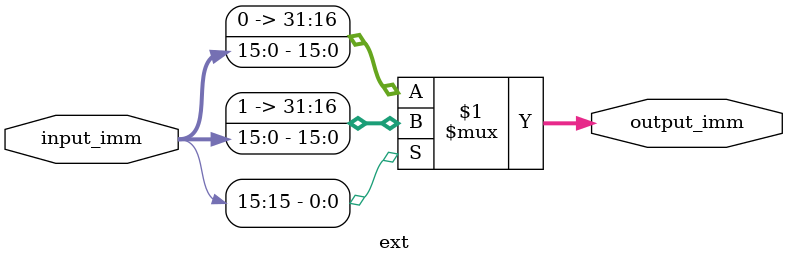
<source format=v>

module control_unit (clk,
 instruction, 
 jump,
 alu_func,
 rs,rt,rd,imm,
 ram_load,
 ram_write,
 signal_extension,
 ram_addr,
 jump_offset
//  regload
);
input clk;
input [31:0] instruction;
output reg [31:0]ram_addr; 
output reg [15:0] jump_offset;
output jump,signal_extension,ram_load,ram_write;
// output reg regload;
output reg [31:0]imm;
output [2:0]alu_func;

// todo : rs rt rd  ram_addr, 

output reg [4:0] rs,rt,rd;
wire [3:0] case_test;
wire [31:0] temp_imm;
wire [2:0]tmp;



assign case_test={ram_load,ram_write,jump,signal_extension};
decoder dec(instruction[31:26],instruction[3:0],tmp,ram_load,ram_write,jump,signal_extension);
ext ext_for_control_unit (instruction[15:0],temp_imm);
// when ram_load or ram_write is true, assign ram_addr ,rt
// when signal_extension is ture, assign imm,rs rt 
// when jump is true, assign jump
assign alu_func=(instruction)?tmp:0;
always @(posedge clk) begin
   jump_offset<= 0 ; 
      //  regload<= 1 ;//always need get data from REGFILE
           rs <= 0 ;
           rt <= 0 ;
           rd <= 0 ;// Other values do not affect the running
  if( alu_func && ~signal_extension) begin
     rs <= instruction[25:21];
     rt <= instruction[20:16];
     rd <= instruction[15:11];
    //  regload<=1;
  end
  else begin
    case (case_test)
    4'b1000     :  {ram_addr,rt}<={{27'd0,instruction[25:21]}+{16'd0,instruction[15:0]},instruction[20:16]};// make ram addr 32bit, and then plus offset 
    4'b0100     :  {ram_addr,rt}<={{27'd0,instruction[25:21]}+{16'd0,instruction[15:0]},instruction[20:16]};// make ram addr 32bit, and then plus offset 
    4'b0010     :   jump_offset <= instruction[15:0];                                                       // jump addr offset 
    4'b0001     :  {rs,rt,imm}  <={instruction[25:21],instruction[20:16],temp_imm}    ;                      // set rs rt and 32bit imm 
    endcase
end       
    
end

//To do 

endmodule //control_unit

module decoder (
    op,func,alu_func,ram_load,ram_write,jump,imm_enable
);
input [5:0]op;
input [3:0]func;

output reg [2:0]alu_func;
output ram_write,ram_load,jump,imm_enable;
reg ram_write_true, ram_load_true,jump_true,imm_enable_true;
wire add,sub,and_op,or_op,slt,addi,andi,ori,slti,lw,sw,jump_op;
wire alu_op_value;

wire [6:0]case_test; 
wire [4:0]r_case_test;

assign add   =~func[3]&~func[2]&~func[1]&~func[0];//0000
assign sub   =~func[3]&~func[2]& func[1]&~func[0];//0010
assign and_op=~func[3]& func[2]&~func[1]&~func[0];//0100
assign or_op =~func[3]& func[2]&~func[1]& func[0];//0101
assign slt   = func[3]&~func[2]& func[1]&~func[0];//1010


assign alu_op_value= ~op[5]&~op[4]&~op[3]&~op[2]&~op[1]&~op[0]; //000000
assign addi=~op[5]&~op[4]& op[3]&~op[2]&~op[1]&~op[0];//001000
assign andi=~op[5]&~op[4]& op[3]& op[2]&~op[1]&~op[0];//001100
assign ori =~op[5]&~op[4]& op[3]& op[2]&~op[1]& op[0];//001101
assign slti=~op[5]&~op[4]& op[3]&~op[2]& op[1]&~op[0];//001010
assign sw  = op[5]&~op[4]& op[3]&~op[2]& op[1]& op[0];//101011
assign lw  = op[5]&~op[4]&~op[3]&~op[2]& op[1]& op[0];//100011
assign jump_op  = ~op[5]&~op[4]&~op[3]&~op[2]&op[1]&~op[0];//000010


assign r_case_test[4:0]={add,sub,and_op,or_op,slt};//for R type case
assign case_test[6:0]={addi,andi,ori,slti,sw,lw,jump_op};//for other type case

always @ (*) begin
    ram_write_true <=0; // before every new loop, set everyone to zero.
    jump_true      <=0; // before every new loop, set everyone to zero.
    ram_load_true  <=0; // before every new loop, set everyone to zero.
    alu_func       <=0; // before every new loop, set everyone to zero.
    imm_enable_true<=0; // before every new loop, set everyone to zero.
    if(alu_op_value)begin
        case (r_case_test)
        5'b10000  : alu_func <=3'b001 ;
        5'b01000  : alu_func <=3'b010 ;
        5'b00100  : alu_func <=3'b011 ;
        5'b00010  : alu_func <=3'b100 ;
        5'b00001  : alu_func <=3'b101 ;
        endcase
    end
        else if(case_test[6:3]) begin
        imm_enable_true     <=1;
        case (case_test)
        7'b1000000  : alu_func <=3'b001 ;
        7'b0100000  : alu_func <=3'b011 ;
        7'b0010000  : alu_func <=3'b100 ;
        7'b0001000  : alu_func <=3'b101 ;
        endcase
    end 
        else if(case_test[2:0]) begin 
        case (case_test)
        7'b0000100  : ram_write_true <=1 ;
        7'b0000010  : ram_load_true  <=1 ;
        7'b0000001  : jump_true      <=1 ;
        endcase
    end    
end

assign ram_load=(ram_load_true)?1:0; 
assign ram_write=(ram_write_true)?1:0;
assign jump=(jump_true)?1:0;
assign imm_enable=(imm_enable_true)?1:0;


endmodule //decoder

module ext (
    input_imm,output_imm
);
input [15:0] input_imm;
output [31:0] output_imm;

assign output_imm=(input_imm[15])?{16'hFFFF,input_imm}:{16'h0000,input_imm};

endmodule //ext
</source>
